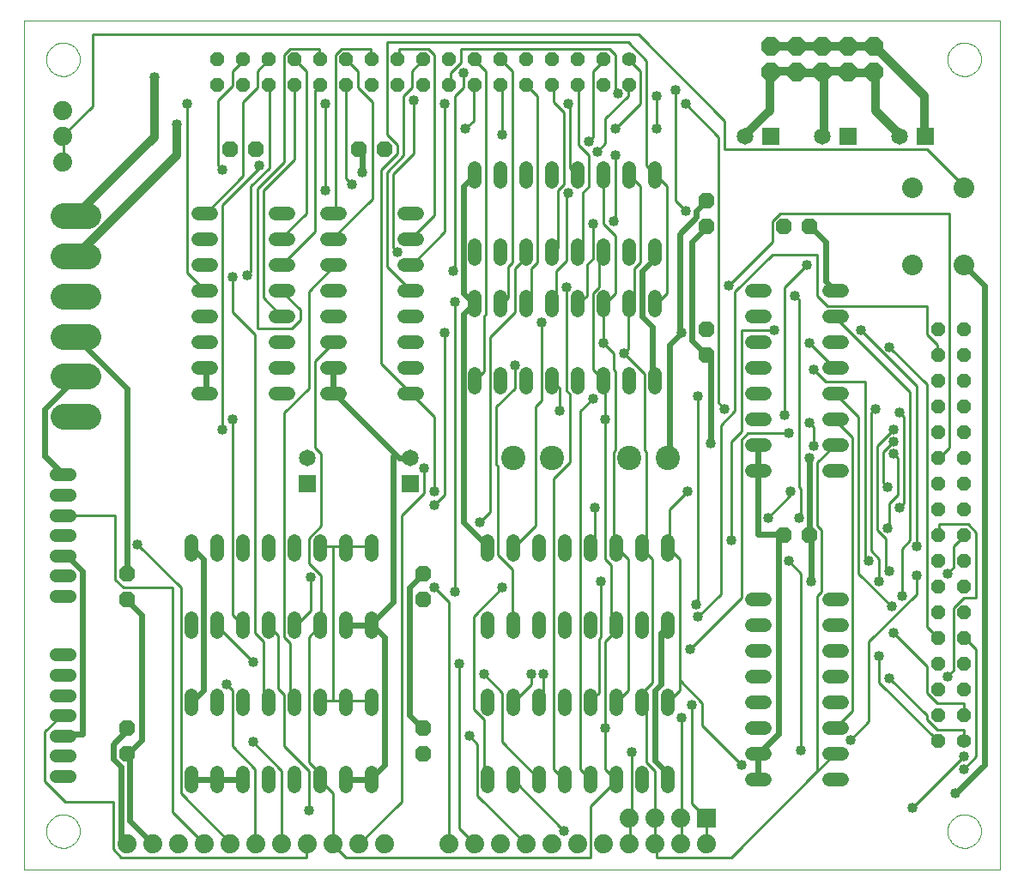
<source format=gtl>
G75*
%MOIN*%
%OFA0B0*%
%FSLAX24Y24*%
%IPPOS*%
%LPD*%
%AMOC8*
5,1,8,0,0,1.08239X$1,22.5*
%
%ADD10C,0.0000*%
%ADD11C,0.0520*%
%ADD12C,0.0560*%
%ADD13OC8,0.0560*%
%ADD14C,0.0515*%
%ADD15C,0.0740*%
%ADD16C,0.0945*%
%ADD17C,0.0800*%
%ADD18OC8,0.0630*%
%ADD19C,0.0650*%
%ADD20R,0.0650X0.0650*%
%ADD21OC8,0.0740*%
%ADD22C,0.0990*%
%ADD23R,0.0740X0.0740*%
%ADD24C,0.0100*%
%ADD25C,0.0400*%
%ADD26C,0.0240*%
%ADD27C,0.0320*%
D10*
X001113Y000550D02*
X001113Y033546D01*
X038983Y033546D01*
X038983Y000550D01*
X001113Y000550D01*
X001963Y002050D02*
X001965Y002100D01*
X001971Y002150D01*
X001981Y002200D01*
X001994Y002248D01*
X002011Y002296D01*
X002032Y002342D01*
X002056Y002386D01*
X002084Y002428D01*
X002115Y002468D01*
X002149Y002505D01*
X002186Y002540D01*
X002225Y002571D01*
X002266Y002600D01*
X002310Y002625D01*
X002356Y002647D01*
X002403Y002665D01*
X002451Y002679D01*
X002500Y002690D01*
X002550Y002697D01*
X002600Y002700D01*
X002651Y002699D01*
X002701Y002694D01*
X002751Y002685D01*
X002799Y002673D01*
X002847Y002656D01*
X002893Y002636D01*
X002938Y002613D01*
X002981Y002586D01*
X003021Y002556D01*
X003059Y002523D01*
X003094Y002487D01*
X003127Y002448D01*
X003156Y002407D01*
X003182Y002364D01*
X003205Y002319D01*
X003224Y002272D01*
X003239Y002224D01*
X003251Y002175D01*
X003259Y002125D01*
X003263Y002075D01*
X003263Y002025D01*
X003259Y001975D01*
X003251Y001925D01*
X003239Y001876D01*
X003224Y001828D01*
X003205Y001781D01*
X003182Y001736D01*
X003156Y001693D01*
X003127Y001652D01*
X003094Y001613D01*
X003059Y001577D01*
X003021Y001544D01*
X002981Y001514D01*
X002938Y001487D01*
X002893Y001464D01*
X002847Y001444D01*
X002799Y001427D01*
X002751Y001415D01*
X002701Y001406D01*
X002651Y001401D01*
X002600Y001400D01*
X002550Y001403D01*
X002500Y001410D01*
X002451Y001421D01*
X002403Y001435D01*
X002356Y001453D01*
X002310Y001475D01*
X002266Y001500D01*
X002225Y001529D01*
X002186Y001560D01*
X002149Y001595D01*
X002115Y001632D01*
X002084Y001672D01*
X002056Y001714D01*
X002032Y001758D01*
X002011Y001804D01*
X001994Y001852D01*
X001981Y001900D01*
X001971Y001950D01*
X001965Y002000D01*
X001963Y002050D01*
X001963Y032050D02*
X001965Y032100D01*
X001971Y032150D01*
X001981Y032200D01*
X001994Y032248D01*
X002011Y032296D01*
X002032Y032342D01*
X002056Y032386D01*
X002084Y032428D01*
X002115Y032468D01*
X002149Y032505D01*
X002186Y032540D01*
X002225Y032571D01*
X002266Y032600D01*
X002310Y032625D01*
X002356Y032647D01*
X002403Y032665D01*
X002451Y032679D01*
X002500Y032690D01*
X002550Y032697D01*
X002600Y032700D01*
X002651Y032699D01*
X002701Y032694D01*
X002751Y032685D01*
X002799Y032673D01*
X002847Y032656D01*
X002893Y032636D01*
X002938Y032613D01*
X002981Y032586D01*
X003021Y032556D01*
X003059Y032523D01*
X003094Y032487D01*
X003127Y032448D01*
X003156Y032407D01*
X003182Y032364D01*
X003205Y032319D01*
X003224Y032272D01*
X003239Y032224D01*
X003251Y032175D01*
X003259Y032125D01*
X003263Y032075D01*
X003263Y032025D01*
X003259Y031975D01*
X003251Y031925D01*
X003239Y031876D01*
X003224Y031828D01*
X003205Y031781D01*
X003182Y031736D01*
X003156Y031693D01*
X003127Y031652D01*
X003094Y031613D01*
X003059Y031577D01*
X003021Y031544D01*
X002981Y031514D01*
X002938Y031487D01*
X002893Y031464D01*
X002847Y031444D01*
X002799Y031427D01*
X002751Y031415D01*
X002701Y031406D01*
X002651Y031401D01*
X002600Y031400D01*
X002550Y031403D01*
X002500Y031410D01*
X002451Y031421D01*
X002403Y031435D01*
X002356Y031453D01*
X002310Y031475D01*
X002266Y031500D01*
X002225Y031529D01*
X002186Y031560D01*
X002149Y031595D01*
X002115Y031632D01*
X002084Y031672D01*
X002056Y031714D01*
X002032Y031758D01*
X002011Y031804D01*
X001994Y031852D01*
X001981Y031900D01*
X001971Y031950D01*
X001965Y032000D01*
X001963Y032050D01*
X036963Y032050D02*
X036965Y032100D01*
X036971Y032150D01*
X036981Y032200D01*
X036994Y032248D01*
X037011Y032296D01*
X037032Y032342D01*
X037056Y032386D01*
X037084Y032428D01*
X037115Y032468D01*
X037149Y032505D01*
X037186Y032540D01*
X037225Y032571D01*
X037266Y032600D01*
X037310Y032625D01*
X037356Y032647D01*
X037403Y032665D01*
X037451Y032679D01*
X037500Y032690D01*
X037550Y032697D01*
X037600Y032700D01*
X037651Y032699D01*
X037701Y032694D01*
X037751Y032685D01*
X037799Y032673D01*
X037847Y032656D01*
X037893Y032636D01*
X037938Y032613D01*
X037981Y032586D01*
X038021Y032556D01*
X038059Y032523D01*
X038094Y032487D01*
X038127Y032448D01*
X038156Y032407D01*
X038182Y032364D01*
X038205Y032319D01*
X038224Y032272D01*
X038239Y032224D01*
X038251Y032175D01*
X038259Y032125D01*
X038263Y032075D01*
X038263Y032025D01*
X038259Y031975D01*
X038251Y031925D01*
X038239Y031876D01*
X038224Y031828D01*
X038205Y031781D01*
X038182Y031736D01*
X038156Y031693D01*
X038127Y031652D01*
X038094Y031613D01*
X038059Y031577D01*
X038021Y031544D01*
X037981Y031514D01*
X037938Y031487D01*
X037893Y031464D01*
X037847Y031444D01*
X037799Y031427D01*
X037751Y031415D01*
X037701Y031406D01*
X037651Y031401D01*
X037600Y031400D01*
X037550Y031403D01*
X037500Y031410D01*
X037451Y031421D01*
X037403Y031435D01*
X037356Y031453D01*
X037310Y031475D01*
X037266Y031500D01*
X037225Y031529D01*
X037186Y031560D01*
X037149Y031595D01*
X037115Y031632D01*
X037084Y031672D01*
X037056Y031714D01*
X037032Y031758D01*
X037011Y031804D01*
X036994Y031852D01*
X036981Y031900D01*
X036971Y031950D01*
X036965Y032000D01*
X036963Y032050D01*
X036963Y002050D02*
X036965Y002100D01*
X036971Y002150D01*
X036981Y002200D01*
X036994Y002248D01*
X037011Y002296D01*
X037032Y002342D01*
X037056Y002386D01*
X037084Y002428D01*
X037115Y002468D01*
X037149Y002505D01*
X037186Y002540D01*
X037225Y002571D01*
X037266Y002600D01*
X037310Y002625D01*
X037356Y002647D01*
X037403Y002665D01*
X037451Y002679D01*
X037500Y002690D01*
X037550Y002697D01*
X037600Y002700D01*
X037651Y002699D01*
X037701Y002694D01*
X037751Y002685D01*
X037799Y002673D01*
X037847Y002656D01*
X037893Y002636D01*
X037938Y002613D01*
X037981Y002586D01*
X038021Y002556D01*
X038059Y002523D01*
X038094Y002487D01*
X038127Y002448D01*
X038156Y002407D01*
X038182Y002364D01*
X038205Y002319D01*
X038224Y002272D01*
X038239Y002224D01*
X038251Y002175D01*
X038259Y002125D01*
X038263Y002075D01*
X038263Y002025D01*
X038259Y001975D01*
X038251Y001925D01*
X038239Y001876D01*
X038224Y001828D01*
X038205Y001781D01*
X038182Y001736D01*
X038156Y001693D01*
X038127Y001652D01*
X038094Y001613D01*
X038059Y001577D01*
X038021Y001544D01*
X037981Y001514D01*
X037938Y001487D01*
X037893Y001464D01*
X037847Y001444D01*
X037799Y001427D01*
X037751Y001415D01*
X037701Y001406D01*
X037651Y001401D01*
X037600Y001400D01*
X037550Y001403D01*
X037500Y001410D01*
X037451Y001421D01*
X037403Y001435D01*
X037356Y001453D01*
X037310Y001475D01*
X037266Y001500D01*
X037225Y001529D01*
X037186Y001560D01*
X037149Y001595D01*
X037115Y001632D01*
X037084Y001672D01*
X037056Y001714D01*
X037032Y001758D01*
X037011Y001804D01*
X036994Y001852D01*
X036981Y001900D01*
X036971Y001950D01*
X036965Y002000D01*
X036963Y002050D01*
D11*
X032873Y004050D02*
X032353Y004050D01*
X032353Y005050D02*
X032873Y005050D01*
X032873Y006050D02*
X032353Y006050D01*
X032353Y007050D02*
X032873Y007050D01*
X032873Y008050D02*
X032353Y008050D01*
X032353Y009050D02*
X032873Y009050D01*
X032873Y010050D02*
X032353Y010050D01*
X032353Y011050D02*
X032873Y011050D01*
X029873Y011050D02*
X029353Y011050D01*
X029353Y010050D02*
X029873Y010050D01*
X029873Y009050D02*
X029353Y009050D01*
X029353Y008050D02*
X029873Y008050D01*
X029873Y007050D02*
X029353Y007050D01*
X029353Y006050D02*
X029873Y006050D01*
X029873Y005050D02*
X029353Y005050D01*
X029353Y004050D02*
X029873Y004050D01*
X026113Y003790D02*
X026113Y004310D01*
X025113Y004310D02*
X025113Y003790D01*
X024113Y003790D02*
X024113Y004310D01*
X023113Y004310D02*
X023113Y003790D01*
X022113Y003790D02*
X022113Y004310D01*
X021113Y004310D02*
X021113Y003790D01*
X020113Y003790D02*
X020113Y004310D01*
X019113Y004310D02*
X019113Y003790D01*
X019113Y006790D02*
X019113Y007310D01*
X020113Y007310D02*
X020113Y006790D01*
X021113Y006790D02*
X021113Y007310D01*
X022113Y007310D02*
X022113Y006790D01*
X023113Y006790D02*
X023113Y007310D01*
X024113Y007310D02*
X024113Y006790D01*
X025113Y006790D02*
X025113Y007310D01*
X026113Y007310D02*
X026113Y006790D01*
X026113Y009790D02*
X026113Y010310D01*
X025113Y010310D02*
X025113Y009790D01*
X024113Y009790D02*
X024113Y010310D01*
X023113Y010310D02*
X023113Y009790D01*
X022113Y009790D02*
X022113Y010310D01*
X021113Y010310D02*
X021113Y009790D01*
X020113Y009790D02*
X020113Y010310D01*
X019113Y010310D02*
X019113Y009790D01*
X019113Y012790D02*
X019113Y013310D01*
X020113Y013310D02*
X020113Y012790D01*
X021113Y012790D02*
X021113Y013310D01*
X022113Y013310D02*
X022113Y012790D01*
X023113Y012790D02*
X023113Y013310D01*
X024113Y013310D02*
X024113Y012790D01*
X025113Y012790D02*
X025113Y013310D01*
X026113Y013310D02*
X026113Y012790D01*
X029353Y016050D02*
X029873Y016050D01*
X029873Y017050D02*
X029353Y017050D01*
X029353Y018050D02*
X029873Y018050D01*
X029873Y019050D02*
X029353Y019050D01*
X029353Y020050D02*
X029873Y020050D01*
X029873Y021050D02*
X029353Y021050D01*
X029353Y022050D02*
X029873Y022050D01*
X029873Y023050D02*
X029353Y023050D01*
X032353Y023050D02*
X032873Y023050D01*
X032873Y022050D02*
X032353Y022050D01*
X032353Y021050D02*
X032873Y021050D01*
X032873Y020050D02*
X032353Y020050D01*
X032353Y019050D02*
X032873Y019050D01*
X032873Y018050D02*
X032353Y018050D01*
X032353Y017050D02*
X032873Y017050D01*
X032873Y016050D02*
X032353Y016050D01*
X025613Y019290D02*
X025613Y019810D01*
X024613Y019810D02*
X024613Y019290D01*
X023613Y019290D02*
X023613Y019810D01*
X022613Y019810D02*
X022613Y019290D01*
X021613Y019290D02*
X021613Y019810D01*
X020613Y019810D02*
X020613Y019290D01*
X019613Y019290D02*
X019613Y019810D01*
X018613Y019810D02*
X018613Y019290D01*
X016373Y019050D02*
X015853Y019050D01*
X015853Y020050D02*
X016373Y020050D01*
X016373Y021050D02*
X015853Y021050D01*
X015853Y022050D02*
X016373Y022050D01*
X016373Y023050D02*
X015853Y023050D01*
X015853Y024050D02*
X016373Y024050D01*
X016373Y025050D02*
X015853Y025050D01*
X015853Y026050D02*
X016373Y026050D01*
X018613Y024810D02*
X018613Y024290D01*
X019613Y024290D02*
X019613Y024810D01*
X020613Y024810D02*
X020613Y024290D01*
X021613Y024290D02*
X021613Y024810D01*
X022613Y024810D02*
X022613Y024290D01*
X023613Y024290D02*
X023613Y024810D01*
X024613Y024810D02*
X024613Y024290D01*
X025613Y024290D02*
X025613Y024810D01*
X025613Y022810D02*
X025613Y022290D01*
X024613Y022290D02*
X024613Y022810D01*
X023613Y022810D02*
X023613Y022290D01*
X022613Y022290D02*
X022613Y022810D01*
X021613Y022810D02*
X021613Y022290D01*
X020613Y022290D02*
X020613Y022810D01*
X019613Y022810D02*
X019613Y022290D01*
X018613Y022290D02*
X018613Y022810D01*
X013373Y023050D02*
X012853Y023050D01*
X012853Y022050D02*
X013373Y022050D01*
X013373Y021050D02*
X012853Y021050D01*
X012853Y020050D02*
X013373Y020050D01*
X013373Y019050D02*
X012853Y019050D01*
X011373Y019050D02*
X010853Y019050D01*
X010853Y020050D02*
X011373Y020050D01*
X011373Y021050D02*
X010853Y021050D01*
X010853Y022050D02*
X011373Y022050D01*
X011373Y023050D02*
X010853Y023050D01*
X010853Y024050D02*
X011373Y024050D01*
X011373Y025050D02*
X010853Y025050D01*
X010853Y026050D02*
X011373Y026050D01*
X012853Y026050D02*
X013373Y026050D01*
X013373Y025050D02*
X012853Y025050D01*
X012853Y024050D02*
X013373Y024050D01*
X008373Y024050D02*
X007853Y024050D01*
X007853Y023050D02*
X008373Y023050D01*
X008373Y022050D02*
X007853Y022050D01*
X007853Y021050D02*
X008373Y021050D01*
X008373Y020050D02*
X007853Y020050D01*
X007853Y019050D02*
X008373Y019050D01*
X008613Y013310D02*
X008613Y012790D01*
X009613Y012790D02*
X009613Y013310D01*
X010613Y013310D02*
X010613Y012790D01*
X011613Y012790D02*
X011613Y013310D01*
X012613Y013310D02*
X012613Y012790D01*
X013613Y012790D02*
X013613Y013310D01*
X014613Y013310D02*
X014613Y012790D01*
X014613Y010310D02*
X014613Y009790D01*
X013613Y009790D02*
X013613Y010310D01*
X012613Y010310D02*
X012613Y009790D01*
X011613Y009790D02*
X011613Y010310D01*
X010613Y010310D02*
X010613Y009790D01*
X009613Y009790D02*
X009613Y010310D01*
X008613Y010310D02*
X008613Y009790D01*
X007613Y009790D02*
X007613Y010310D01*
X007613Y012790D02*
X007613Y013310D01*
X007613Y007310D02*
X007613Y006790D01*
X008613Y006790D02*
X008613Y007310D01*
X009613Y007310D02*
X009613Y006790D01*
X010613Y006790D02*
X010613Y007310D01*
X011613Y007310D02*
X011613Y006790D01*
X012613Y006790D02*
X012613Y007310D01*
X013613Y007310D02*
X013613Y006790D01*
X014613Y006790D02*
X014613Y007310D01*
X014613Y004310D02*
X014613Y003790D01*
X013613Y003790D02*
X013613Y004310D01*
X012613Y004310D02*
X012613Y003790D01*
X011613Y003790D02*
X011613Y004310D01*
X010613Y004310D02*
X010613Y003790D01*
X009613Y003790D02*
X009613Y004310D01*
X008613Y004310D02*
X008613Y003790D01*
X007613Y003790D02*
X007613Y004310D01*
X007853Y025050D02*
X008373Y025050D01*
X008373Y026050D02*
X007853Y026050D01*
X018613Y027290D02*
X018613Y027810D01*
X019613Y027810D02*
X019613Y027290D01*
X020613Y027290D02*
X020613Y027810D01*
X021613Y027810D02*
X021613Y027290D01*
X022613Y027290D02*
X022613Y027810D01*
X023613Y027810D02*
X023613Y027290D01*
X024613Y027290D02*
X024613Y027810D01*
X025613Y027810D02*
X025613Y027290D01*
D12*
X024613Y032050D03*
X037613Y005550D03*
D13*
X036613Y005550D03*
X036613Y006550D03*
X036613Y007550D03*
X036613Y008550D03*
X036613Y009550D03*
X036613Y010550D03*
X036613Y011550D03*
X036613Y012550D03*
X036613Y013550D03*
X036613Y014550D03*
X036613Y015550D03*
X036613Y016550D03*
X036613Y017550D03*
X036613Y018550D03*
X036613Y019550D03*
X036613Y020550D03*
X036613Y021550D03*
X037613Y021550D03*
X037613Y020550D03*
X037613Y019550D03*
X037613Y018550D03*
X037613Y017550D03*
X037613Y016550D03*
X037613Y015550D03*
X037613Y014550D03*
X037613Y013550D03*
X037613Y012550D03*
X037613Y011550D03*
X037613Y010550D03*
X037613Y009550D03*
X037613Y008550D03*
X037613Y007550D03*
X037613Y006550D03*
X024613Y031050D03*
X023613Y031050D03*
X022613Y031050D03*
X021613Y031050D03*
X020613Y031050D03*
X019613Y031050D03*
X018613Y031050D03*
X017613Y031050D03*
X016613Y031050D03*
X015613Y031050D03*
X014613Y031050D03*
X013613Y031050D03*
X012613Y031050D03*
X011613Y031050D03*
X010613Y031050D03*
X009613Y031050D03*
X008613Y031050D03*
X008613Y032050D03*
X009613Y032050D03*
X010613Y032050D03*
X011613Y032050D03*
X012613Y032050D03*
X013613Y032050D03*
X014613Y032050D03*
X015613Y032050D03*
X016613Y032050D03*
X017613Y032050D03*
X018613Y032050D03*
X019613Y032050D03*
X020613Y032050D03*
X021613Y032050D03*
X022613Y032050D03*
X023613Y032050D03*
D14*
X002852Y015912D02*
X002337Y015912D01*
X002337Y015125D02*
X002852Y015125D01*
X002852Y014337D02*
X002337Y014337D01*
X002337Y013550D02*
X002852Y013550D01*
X002852Y012763D02*
X002337Y012763D01*
X002337Y011975D02*
X002852Y011975D01*
X002852Y011188D02*
X002337Y011188D01*
X002337Y008912D02*
X002852Y008912D01*
X002852Y008125D02*
X002337Y008125D01*
X002337Y007337D02*
X002852Y007337D01*
X002852Y006550D02*
X002337Y006550D01*
X002337Y005763D02*
X002852Y005763D01*
X002852Y004975D02*
X002337Y004975D01*
X002337Y004188D02*
X002852Y004188D01*
D15*
X005113Y001550D03*
X006113Y001550D03*
X007113Y001550D03*
X008113Y001550D03*
X009113Y001550D03*
X010113Y001550D03*
X011113Y001550D03*
X012113Y001550D03*
X013113Y001550D03*
X014113Y001550D03*
X015113Y001550D03*
X017613Y001550D03*
X018613Y001550D03*
X019613Y001550D03*
X020613Y001550D03*
X021613Y001550D03*
X022613Y001550D03*
X023613Y001550D03*
X024613Y001550D03*
X024613Y002550D03*
X025613Y002550D03*
X025613Y001550D03*
X026613Y001550D03*
X027613Y001550D03*
X026613Y002550D03*
X002613Y028050D03*
X002613Y029050D03*
X002613Y030050D03*
D16*
X020113Y016550D03*
X021613Y016550D03*
X024613Y016550D03*
X026113Y016550D03*
D17*
X035613Y024050D03*
X037613Y024050D03*
X037613Y027050D03*
X035613Y027050D03*
D18*
X031613Y025550D03*
X030613Y025550D03*
X027613Y025550D03*
X027613Y026550D03*
X027613Y021550D03*
X027613Y020550D03*
X030613Y013550D03*
X031613Y013550D03*
X016613Y012050D03*
X016613Y011050D03*
X016613Y006050D03*
X016613Y005050D03*
X005113Y005050D03*
X005113Y006050D03*
X005113Y011050D03*
X005113Y012050D03*
X009113Y028550D03*
X010113Y028550D03*
X014113Y028550D03*
X015113Y028550D03*
D19*
X016113Y016550D03*
X012113Y016550D03*
X029113Y029050D03*
X032113Y029050D03*
X035113Y029050D03*
D20*
X036113Y029050D03*
X033113Y029050D03*
X030113Y029050D03*
X016113Y015550D03*
X012113Y015550D03*
D21*
X030113Y031550D03*
X031113Y031550D03*
X031113Y032550D03*
X030113Y032550D03*
X032113Y032550D03*
X033113Y032550D03*
X033113Y031550D03*
X032113Y031550D03*
X034113Y031550D03*
X034113Y032550D03*
D22*
X003608Y025950D02*
X002618Y025950D01*
X002618Y024390D02*
X003608Y024390D01*
X003608Y022830D02*
X002618Y022830D01*
X002618Y021270D02*
X003608Y021270D01*
X003608Y019710D02*
X002618Y019710D01*
X002618Y018150D02*
X003608Y018150D01*
D23*
X027613Y002550D03*
D24*
X027593Y002550D01*
X027033Y003110D01*
X027033Y006950D01*
X027433Y007030D02*
X026553Y007910D01*
X026553Y007510D01*
X026153Y007110D01*
X026113Y007050D01*
X026633Y006470D02*
X026633Y002550D01*
X026613Y002550D01*
X026633Y002550D02*
X026633Y001590D01*
X026613Y001550D01*
X027593Y001590D02*
X027613Y001550D01*
X027593Y001590D02*
X027593Y002550D01*
X028553Y001030D02*
X025673Y001030D01*
X025673Y001510D01*
X025613Y001550D01*
X025593Y001590D01*
X025593Y002550D01*
X025613Y002550D01*
X025593Y002550D02*
X025593Y004390D01*
X025273Y004710D01*
X025273Y006870D01*
X025113Y007030D01*
X025113Y007050D01*
X025113Y007430D01*
X025513Y007830D01*
X025513Y012630D01*
X025273Y012870D01*
X025113Y013050D01*
X025113Y013030D01*
X025273Y012870D01*
X025273Y016790D01*
X025193Y016870D01*
X025193Y019830D01*
X024393Y020630D01*
X024553Y020790D01*
X024553Y022550D01*
X024613Y022550D01*
X024633Y022550D01*
X024793Y022710D01*
X024793Y023910D01*
X025033Y024150D01*
X025033Y027110D01*
X024633Y027510D01*
X024613Y027550D01*
X025273Y027910D02*
X025273Y031990D01*
X024553Y032710D01*
X015193Y032710D01*
X015193Y029110D01*
X015593Y028710D01*
X015593Y028390D01*
X014953Y027750D01*
X014953Y020230D01*
X016073Y019110D01*
X016113Y019050D01*
X016153Y019030D01*
X017033Y018150D01*
X017033Y015270D01*
X016633Y015190D02*
X016633Y016150D01*
X016633Y015190D02*
X015753Y014310D01*
X015753Y003190D01*
X014113Y001550D01*
X013593Y001030D02*
X023113Y001030D01*
X023113Y003030D01*
X024073Y003990D01*
X024113Y004050D01*
X024073Y004070D01*
X023673Y004470D01*
X023673Y006070D01*
X023673Y009430D01*
X024073Y009830D01*
X024073Y009990D01*
X024113Y010050D01*
X024073Y010070D01*
X023913Y010230D01*
X023913Y012390D01*
X023673Y012630D01*
X023673Y018070D01*
X023673Y019510D01*
X023613Y019550D01*
X023593Y019590D01*
X023193Y019990D01*
X023193Y022950D01*
X023433Y023190D01*
X023433Y024390D01*
X023593Y024550D01*
X023613Y024550D01*
X023193Y024310D02*
X023193Y025670D01*
X023593Y025670D02*
X023593Y027510D01*
X023613Y027550D01*
X023033Y027110D02*
X022793Y026870D01*
X022793Y024710D01*
X022633Y024550D01*
X022613Y024550D01*
X022153Y024230D02*
X022153Y026790D01*
X022233Y026870D01*
X022073Y027190D02*
X021833Y026950D01*
X021833Y024710D01*
X021673Y024550D01*
X021613Y024550D01*
X022153Y024230D02*
X021753Y023830D01*
X021753Y022630D01*
X021673Y022550D01*
X021613Y022550D01*
X022153Y023190D02*
X022153Y019190D01*
X022313Y019030D01*
X022313Y016390D01*
X021673Y015750D01*
X021673Y004470D01*
X022073Y004070D01*
X022113Y004050D01*
X022713Y004470D02*
X022713Y018390D01*
X023193Y018870D01*
X021913Y019270D02*
X021913Y018390D01*
X021193Y018790D02*
X021193Y021830D01*
X020633Y022550D02*
X020613Y022550D01*
X020633Y022550D02*
X020793Y022710D01*
X020793Y023910D01*
X021033Y024150D01*
X021033Y030630D01*
X020613Y031050D01*
X020073Y031590D02*
X019613Y032050D01*
X020073Y031590D02*
X020073Y024150D01*
X019913Y023990D01*
X019913Y022790D01*
X019673Y022550D01*
X019613Y022550D01*
X020153Y022230D02*
X020153Y023910D01*
X020553Y024310D01*
X020553Y024550D01*
X020613Y024550D01*
X022613Y022550D02*
X022633Y022550D01*
X022953Y022870D01*
X022953Y024070D01*
X023193Y024310D01*
X024073Y025190D02*
X023593Y025670D01*
X023993Y025750D02*
X024073Y025830D01*
X024073Y028310D01*
X023673Y028790D02*
X023673Y029750D01*
X024553Y030630D01*
X024553Y031030D01*
X024613Y031050D01*
X024153Y030710D02*
X024073Y030790D01*
X024073Y032230D01*
X023833Y032470D01*
X018073Y032470D01*
X018073Y031910D01*
X017673Y031510D01*
X017673Y031110D01*
X017613Y031050D01*
X017833Y030630D02*
X018153Y030950D01*
X018153Y031510D01*
X018553Y031030D02*
X018613Y031050D01*
X018553Y031030D02*
X018553Y029670D01*
X018233Y029350D01*
X017433Y030310D02*
X017433Y025350D01*
X016153Y024070D01*
X016113Y024050D01*
X015593Y024550D02*
X015433Y024710D01*
X015433Y027590D01*
X016233Y028390D01*
X016233Y030470D01*
X015833Y030630D02*
X016153Y030950D01*
X016153Y031590D01*
X016613Y032050D01*
X016793Y032470D02*
X015673Y032470D01*
X015673Y032070D01*
X015613Y032050D01*
X014613Y032050D02*
X014553Y032070D01*
X014553Y032470D01*
X013433Y032470D01*
X013193Y032230D01*
X013193Y026150D01*
X013113Y026070D01*
X013113Y026050D01*
X012393Y025350D02*
X012393Y030870D01*
X012553Y031030D01*
X012613Y031050D01*
X012793Y030310D02*
X012793Y026950D01*
X013593Y027430D02*
X013593Y031030D01*
X013613Y031050D01*
X014073Y030950D02*
X014073Y031590D01*
X013613Y032050D01*
X012613Y032050D02*
X012553Y032070D01*
X012553Y032470D01*
X011433Y032470D01*
X011193Y032230D01*
X011193Y028070D01*
X010153Y027030D01*
X010153Y021590D01*
X011513Y021590D01*
X011833Y021910D01*
X011833Y022310D01*
X011113Y023030D01*
X011113Y023050D01*
X010393Y022790D02*
X010393Y026950D01*
X011593Y028150D01*
X011593Y031030D01*
X011613Y031050D01*
X012073Y031590D02*
X011613Y032050D01*
X012073Y031590D02*
X012073Y026070D01*
X011113Y025110D01*
X011113Y025050D01*
X011113Y024070D02*
X011113Y024050D01*
X011113Y024070D02*
X012393Y025350D01*
X013113Y025110D02*
X013113Y025050D01*
X013113Y025110D02*
X014633Y026630D01*
X014633Y030390D01*
X014073Y030950D01*
X015833Y030630D02*
X015833Y028310D01*
X015193Y027670D01*
X015193Y023990D01*
X016073Y023110D01*
X016113Y023050D01*
X017833Y022630D02*
X017833Y011350D01*
X017593Y010950D02*
X017593Y001590D01*
X017613Y001550D01*
X017993Y002150D02*
X018553Y001590D01*
X018613Y001550D01*
X017993Y002150D02*
X017993Y008550D01*
X018953Y008150D02*
X019673Y007430D01*
X019673Y005510D01*
X021113Y004070D01*
X021113Y004050D01*
X020153Y003990D02*
X020113Y004050D01*
X020153Y003990D02*
X022073Y002070D01*
X020613Y001550D02*
X020553Y001590D01*
X018713Y003430D01*
X018713Y005430D01*
X018393Y005750D01*
X018953Y006390D02*
X018553Y006790D01*
X018553Y010390D01*
X019673Y011510D01*
X020073Y012230D02*
X019513Y012790D01*
X019513Y016230D01*
X019433Y016310D01*
X019433Y018550D01*
X020153Y019270D01*
X020153Y020150D01*
X018953Y019910D02*
X018953Y022070D01*
X019033Y022150D01*
X019033Y031590D01*
X018633Y031990D01*
X018613Y032050D01*
X019613Y031050D02*
X019673Y031030D01*
X019673Y029110D01*
X021673Y030390D02*
X021673Y031030D01*
X021613Y031050D01*
X021673Y030390D02*
X022073Y029990D01*
X022073Y027190D01*
X022553Y027590D02*
X022613Y027550D01*
X022553Y027590D02*
X022313Y027830D01*
X022313Y030230D01*
X022233Y030310D01*
X022633Y031030D02*
X022613Y031050D01*
X022633Y031030D02*
X022633Y028710D01*
X023033Y028310D01*
X023033Y027110D01*
X023353Y028470D02*
X023673Y028790D01*
X023193Y029030D02*
X023193Y031590D01*
X023593Y031990D01*
X023613Y032050D01*
X024613Y032050D02*
X024633Y031990D01*
X025033Y031590D01*
X025033Y030310D01*
X024073Y029350D01*
X023193Y029030D02*
X023033Y028870D01*
X025273Y027910D02*
X025593Y027590D01*
X025613Y027550D01*
X025673Y027510D01*
X026073Y027110D01*
X026073Y022950D01*
X025673Y022550D01*
X025613Y022550D01*
X024073Y022950D02*
X024073Y025190D01*
X024073Y022950D02*
X023673Y022550D01*
X023613Y022550D01*
X023593Y022550D01*
X023593Y021030D01*
X023993Y020630D01*
X023993Y019990D01*
X024073Y019910D01*
X024073Y016870D01*
X023993Y016790D01*
X023993Y013190D01*
X024073Y013110D01*
X024113Y013050D01*
X024153Y013030D01*
X024553Y012630D01*
X024553Y007510D01*
X024153Y007110D01*
X024113Y007050D01*
X023433Y007430D02*
X023433Y009510D01*
X023513Y009590D01*
X023513Y011750D01*
X023113Y013050D02*
X023113Y013110D01*
X023273Y013270D01*
X023273Y014630D01*
X020953Y013910D02*
X020953Y018550D01*
X021193Y018790D01*
X021673Y019510D02*
X021613Y019550D01*
X021673Y019510D02*
X021913Y019270D01*
X019193Y021270D02*
X020153Y022230D01*
X019193Y021270D02*
X019193Y014470D01*
X018793Y014070D01*
X020153Y013110D02*
X020113Y013050D01*
X020153Y013110D02*
X020953Y013910D01*
X020073Y012230D02*
X020073Y010070D01*
X020113Y010050D01*
X020793Y008150D02*
X020793Y007750D01*
X020153Y007110D01*
X020113Y007050D01*
X021113Y007050D02*
X021113Y007110D01*
X021273Y007270D01*
X021273Y008150D01*
X023113Y007110D02*
X023113Y007050D01*
X023113Y007110D02*
X023433Y007430D01*
X024713Y005110D02*
X024713Y002630D01*
X024633Y002550D01*
X024613Y002550D01*
X024633Y002550D02*
X024633Y001590D01*
X024613Y001550D01*
X023113Y004050D02*
X023113Y004070D01*
X022713Y004470D01*
X019113Y004070D02*
X019113Y004050D01*
X019113Y004070D02*
X018953Y004230D01*
X018953Y006390D01*
X014613Y007050D02*
X014553Y007110D01*
X013673Y007110D01*
X013613Y007050D01*
X013593Y007110D01*
X013113Y007110D01*
X013113Y013110D01*
X012633Y013110D01*
X012613Y013050D01*
X013113Y013110D02*
X013593Y013110D01*
X013613Y013050D01*
X013673Y013110D01*
X014553Y013110D01*
X014613Y013050D01*
X012633Y013910D02*
X012153Y013430D01*
X012153Y012470D01*
X012633Y011990D01*
X012633Y010070D01*
X012613Y010050D01*
X012153Y009590D01*
X012153Y004710D01*
X012553Y004310D01*
X012553Y004070D01*
X012613Y004050D01*
X012633Y003990D01*
X013113Y003510D01*
X013113Y001550D01*
X013113Y001510D01*
X013593Y001030D01*
X012073Y001030D02*
X012073Y001510D01*
X012113Y001550D01*
X012073Y001030D02*
X004873Y001030D01*
X004553Y001350D01*
X004553Y003190D01*
X002713Y003190D01*
X001913Y003990D01*
X001913Y005910D01*
X002553Y006550D01*
X002595Y006550D01*
X006873Y002790D02*
X008113Y001550D01*
X009113Y001590D02*
X009113Y001550D01*
X009113Y001590D02*
X007193Y003510D01*
X007193Y011510D01*
X005513Y013190D01*
X004633Y014310D02*
X004633Y011830D01*
X004953Y011510D01*
X006873Y011510D01*
X006873Y002790D01*
X009193Y005350D02*
X010073Y004470D01*
X010073Y001590D01*
X010113Y001550D01*
X011113Y001550D02*
X011113Y004390D01*
X009993Y005510D01*
X009193Y005350D02*
X009193Y007510D01*
X008953Y007750D01*
X009993Y008630D02*
X008633Y009990D01*
X008613Y010050D01*
X009193Y010470D02*
X009193Y018070D01*
X008793Y017670D02*
X008793Y026390D01*
X010233Y027830D01*
X010233Y027910D01*
X010633Y027830D02*
X010633Y031030D01*
X010613Y031050D01*
X010153Y030950D02*
X010153Y031590D01*
X010613Y032050D01*
X009613Y032050D02*
X009593Y031990D01*
X009193Y031590D01*
X009193Y031030D01*
X008633Y030470D01*
X008633Y027910D01*
X008793Y027750D01*
X009593Y027510D02*
X009593Y030390D01*
X010153Y030950D01*
X007433Y030310D02*
X007433Y023750D01*
X008073Y023110D01*
X008113Y023050D01*
X009193Y023590D02*
X009193Y022230D01*
X010073Y021350D01*
X010073Y009750D01*
X010393Y009430D01*
X010393Y007270D01*
X010613Y007050D01*
X010953Y007590D02*
X011193Y007350D01*
X011193Y005350D01*
X012153Y004390D01*
X012153Y002870D01*
X012613Y007050D02*
X012633Y007110D01*
X013113Y007110D01*
X011613Y007050D02*
X011593Y007110D01*
X011433Y007270D01*
X011433Y009350D01*
X011193Y009590D01*
X011193Y018310D01*
X012153Y019270D01*
X012153Y023030D01*
X013113Y023990D01*
X013113Y024050D01*
X011113Y022070D02*
X011113Y022050D01*
X011113Y022070D02*
X010393Y022790D01*
X009753Y023670D02*
X009913Y023830D01*
X009913Y027110D01*
X010633Y027830D01*
X009593Y027510D02*
X008153Y026070D01*
X008113Y026050D01*
X003753Y030230D02*
X002633Y029110D01*
X002613Y029050D01*
X002633Y029030D01*
X002633Y028070D01*
X002613Y028050D01*
X003753Y030230D02*
X003753Y033030D01*
X024953Y033030D01*
X028313Y029670D01*
X028313Y028550D01*
X036153Y028550D01*
X037593Y027110D01*
X037613Y027050D01*
X037033Y026070D02*
X037033Y016950D01*
X036633Y016550D01*
X036613Y016550D01*
X035033Y016550D02*
X034873Y016710D01*
X035033Y016550D02*
X035033Y015110D01*
X034713Y014790D01*
X034713Y013910D01*
X034633Y013830D01*
X034233Y013750D02*
X034233Y017030D01*
X034873Y017670D01*
X034873Y017190D02*
X034473Y016790D01*
X034473Y015590D01*
X034633Y015430D01*
X035273Y014790D02*
X035113Y014630D01*
X035273Y014790D02*
X035273Y018150D01*
X035113Y018310D01*
X035513Y019110D02*
X035513Y013350D01*
X035193Y013030D01*
X035193Y011190D01*
X034793Y010790D02*
X033513Y012070D01*
X033513Y018150D01*
X032613Y019050D01*
X032233Y019510D02*
X033753Y019510D01*
X033753Y012710D01*
X033913Y012550D01*
X034313Y012630D02*
X033993Y012950D01*
X033993Y018310D01*
X034153Y018470D01*
X033273Y017350D02*
X033273Y006710D01*
X032613Y006050D01*
X033193Y005590D02*
X033913Y006310D01*
X033913Y009430D01*
X035753Y011270D01*
X035753Y011990D01*
X034713Y012150D02*
X034553Y012310D01*
X034553Y013430D01*
X034233Y013750D01*
X034313Y012630D02*
X034313Y011750D01*
X035753Y013110D02*
X035753Y019350D01*
X033593Y021510D01*
X032633Y021990D02*
X032613Y022050D01*
X032633Y021990D02*
X035513Y019110D01*
X036153Y019430D02*
X036153Y009990D01*
X036553Y009590D01*
X036613Y009550D01*
X037613Y009550D02*
X037673Y009510D01*
X038073Y009110D01*
X038073Y004950D01*
X037593Y004470D01*
X037593Y004950D02*
X035593Y002950D01*
X036613Y005550D02*
X036553Y005590D01*
X034313Y007830D01*
X034313Y008870D01*
X034873Y009750D02*
X036153Y008470D01*
X036153Y007430D01*
X036553Y007030D01*
X037593Y007030D01*
X037593Y006550D01*
X037613Y006550D01*
X037593Y005990D02*
X037593Y005590D01*
X037613Y005550D01*
X037593Y005990D02*
X036553Y005990D01*
X036153Y006390D01*
X036153Y006550D01*
X034713Y007990D01*
X036953Y008070D02*
X037193Y008310D01*
X037193Y010710D01*
X037593Y011110D01*
X038073Y011110D01*
X038073Y013670D01*
X037753Y013990D01*
X036633Y013990D01*
X036633Y013590D01*
X036613Y013550D01*
X037193Y013110D02*
X037593Y013510D01*
X037613Y013550D01*
X037193Y013110D02*
X037193Y012310D01*
X036953Y012070D01*
X032073Y011350D02*
X031913Y011190D01*
X031913Y004390D01*
X032553Y005030D01*
X032613Y005050D01*
X031913Y004390D02*
X028553Y001030D01*
X028953Y004630D02*
X027433Y006150D01*
X027433Y007030D01*
X026553Y007910D02*
X026553Y012630D01*
X026153Y013030D01*
X026113Y013050D01*
X026153Y013110D01*
X026153Y014550D01*
X026873Y015270D01*
X028553Y013350D02*
X028553Y017190D01*
X028953Y017590D01*
X028953Y021510D01*
X030233Y021510D01*
X031593Y021030D02*
X032553Y020070D01*
X032613Y020050D01*
X032233Y019510D02*
X031753Y019990D01*
X030633Y018230D02*
X030633Y023190D01*
X031513Y024070D01*
X031913Y024470D02*
X031913Y022870D01*
X032313Y022470D01*
X036153Y022470D01*
X036153Y021350D01*
X036553Y020950D01*
X036553Y020550D01*
X036613Y020550D01*
X036153Y019430D02*
X034713Y020870D01*
X032613Y018050D02*
X032633Y017990D01*
X033273Y017350D01*
X032613Y017050D02*
X032553Y017030D01*
X031913Y016390D01*
X031913Y013910D01*
X032073Y013750D01*
X032073Y011350D01*
X031273Y012070D02*
X031273Y005190D01*
X026953Y009110D02*
X028953Y011110D01*
X028953Y017270D01*
X029193Y017510D01*
X030793Y017510D01*
X031593Y017910D02*
X031753Y017750D01*
X031753Y017030D01*
X031193Y015430D02*
X031273Y015350D01*
X031273Y014310D01*
X031193Y014230D01*
X030873Y015110D02*
X030873Y015270D01*
X030873Y015110D02*
X029993Y014230D01*
X031193Y015430D02*
X031193Y022710D01*
X031033Y022870D01*
X031913Y024470D02*
X030153Y024470D01*
X028713Y023030D01*
X028713Y018390D01*
X028153Y017830D01*
X028153Y011270D01*
X027273Y010390D01*
X027193Y010870D02*
X027273Y010950D01*
X027273Y018950D01*
X028073Y018710D02*
X028073Y029030D01*
X026793Y030310D01*
X026393Y030870D02*
X026393Y026550D01*
X026793Y026150D01*
X028473Y023270D02*
X030153Y024950D01*
X030153Y025750D01*
X030473Y026070D01*
X037033Y026070D01*
X028313Y018470D02*
X028073Y018710D01*
X030793Y012550D02*
X031273Y012070D01*
X018953Y019910D02*
X018633Y019590D01*
X018613Y019550D01*
X017433Y021430D02*
X017433Y015110D01*
X017033Y014710D01*
X017033Y011510D02*
X017593Y010950D01*
X012633Y013910D02*
X012633Y016710D01*
X012393Y016950D01*
X012393Y020310D01*
X013113Y021030D01*
X013113Y021050D01*
X016113Y025050D02*
X016153Y025110D01*
X017033Y025990D01*
X017033Y032230D01*
X016793Y032470D01*
X017833Y030630D02*
X017833Y023910D01*
X017753Y023830D01*
X013833Y027190D02*
X013593Y027430D01*
X025673Y029350D02*
X025673Y030630D01*
X004633Y014310D02*
X002633Y014310D01*
X002595Y014337D01*
X009193Y010470D02*
X009613Y010050D01*
X010613Y010050D02*
X010633Y009990D01*
X010953Y009670D01*
X010953Y007590D01*
X011613Y010050D02*
X011673Y010070D01*
X012233Y010630D01*
X012233Y011910D01*
D25*
X012233Y011910D03*
X009993Y008630D03*
X008953Y007750D03*
X009993Y005510D03*
X012153Y002870D03*
X018393Y005750D03*
X018953Y008150D03*
X017993Y008550D03*
X020793Y008150D03*
X021273Y008150D03*
X023673Y006070D03*
X024713Y005110D03*
X026633Y006470D03*
X027033Y006950D03*
X026953Y009110D03*
X027273Y010390D03*
X027193Y010870D03*
X028553Y013350D03*
X029993Y014230D03*
X031193Y014230D03*
X030873Y015270D03*
X031593Y016550D03*
X031753Y017030D03*
X031593Y017910D03*
X030793Y017510D03*
X030633Y018230D03*
X031753Y019990D03*
X031593Y021030D03*
X030233Y021510D03*
X031033Y022870D03*
X031513Y024070D03*
X028473Y023270D03*
X026633Y021430D03*
X024393Y020630D03*
X023593Y021030D03*
X023193Y018870D03*
X023673Y018070D03*
X021913Y018390D03*
X020153Y020150D03*
X021193Y021830D03*
X022153Y023190D03*
X023193Y025670D03*
X023993Y025750D03*
X022233Y026870D03*
X023353Y028470D03*
X023033Y028870D03*
X024073Y029350D03*
X024073Y028310D03*
X025673Y029350D03*
X026793Y030310D03*
X026393Y030870D03*
X025673Y030630D03*
X024153Y030710D03*
X022233Y030310D03*
X019673Y029110D03*
X018233Y029350D03*
X017433Y030310D03*
X016233Y030470D03*
X018153Y031510D03*
X014233Y027670D03*
X013833Y027190D03*
X012793Y026950D03*
X010233Y027910D03*
X008793Y027750D03*
X007033Y029510D03*
X007433Y030310D03*
X006153Y031350D03*
X012793Y030310D03*
X015593Y024550D03*
X017753Y023830D03*
X017833Y022630D03*
X017433Y021430D03*
X016633Y016150D03*
X017033Y015270D03*
X017033Y014710D03*
X018793Y014070D03*
X019673Y011510D03*
X017833Y011350D03*
X017033Y011510D03*
X023273Y014630D03*
X023513Y011750D03*
X026873Y015270D03*
X027753Y017110D03*
X028313Y018470D03*
X027273Y018950D03*
X033593Y021510D03*
X034713Y020870D03*
X034153Y018470D03*
X035113Y018310D03*
X034873Y017670D03*
X034873Y017190D03*
X034873Y016710D03*
X034633Y015430D03*
X035113Y014630D03*
X034633Y013830D03*
X035753Y013110D03*
X035753Y011990D03*
X035193Y011190D03*
X034793Y010790D03*
X034313Y011750D03*
X034713Y012150D03*
X033913Y012550D03*
X031673Y011750D03*
X030793Y012550D03*
X034873Y009750D03*
X034313Y008870D03*
X034713Y007990D03*
X036953Y008070D03*
X037593Y004950D03*
X037593Y004470D03*
X037273Y003510D03*
X035593Y002950D03*
X033193Y005590D03*
X031273Y005190D03*
X028953Y004630D03*
X022073Y002070D03*
X036953Y012070D03*
X026793Y026150D03*
X009753Y023670D03*
X009193Y023590D03*
X009193Y018070D03*
X008793Y017670D03*
X005513Y013190D03*
D26*
X005113Y012050D02*
X005113Y019270D01*
X003113Y021270D01*
X003113Y019710D02*
X003113Y019670D01*
X001913Y018470D01*
X001913Y016630D01*
X002553Y015990D01*
X002595Y015912D01*
X002595Y012763D02*
X002633Y012710D01*
X002793Y012710D01*
X003353Y012150D01*
X003353Y005830D01*
X002633Y005830D01*
X002595Y005763D01*
X004553Y005430D02*
X004553Y004870D01*
X004873Y004550D01*
X004873Y001830D01*
X005113Y001590D01*
X005113Y001550D01*
X005193Y002470D02*
X006113Y001550D01*
X005193Y002470D02*
X005193Y004950D01*
X005113Y005030D01*
X005113Y005050D01*
X005193Y005110D01*
X005673Y005590D01*
X005673Y010470D01*
X005113Y011030D01*
X005113Y011050D01*
X007613Y013050D02*
X007673Y013030D01*
X008073Y012630D01*
X008073Y007510D01*
X007613Y007050D01*
X005113Y006050D02*
X005113Y005990D01*
X004553Y005430D01*
X007613Y004050D02*
X007673Y004070D01*
X008553Y004070D01*
X008613Y004050D01*
X008713Y004070D01*
X009593Y004070D01*
X009613Y004050D01*
X013613Y004050D02*
X013673Y004070D01*
X014553Y004070D01*
X014613Y004050D01*
X014633Y004150D01*
X015113Y004630D01*
X015113Y009590D01*
X014713Y009990D01*
X014613Y010050D01*
X014633Y010150D01*
X015433Y010950D01*
X015433Y016630D01*
X015513Y016710D01*
X013193Y019030D01*
X013113Y019050D01*
X013113Y020050D01*
X015513Y016710D02*
X015673Y016550D01*
X016113Y016550D01*
X018153Y014070D02*
X018153Y022150D01*
X018473Y022470D01*
X018613Y022550D01*
X018553Y022550D01*
X018153Y022950D01*
X018153Y027110D01*
X018553Y027510D01*
X018613Y027550D01*
X014233Y027670D02*
X014233Y028470D01*
X014153Y028550D01*
X014113Y028550D01*
X008113Y020050D02*
X008153Y019990D01*
X008153Y019110D01*
X008113Y019050D01*
X016073Y011510D02*
X016613Y012050D01*
X016073Y011510D02*
X016073Y006550D01*
X016553Y006070D01*
X016613Y006050D01*
X014613Y010050D02*
X014553Y010070D01*
X013673Y010070D01*
X013613Y010050D01*
X018153Y014070D02*
X019113Y013110D01*
X019113Y013050D01*
X025593Y007510D02*
X025593Y004790D01*
X026073Y004310D01*
X026073Y004070D01*
X026113Y004050D01*
X029593Y004070D02*
X029613Y004050D01*
X029593Y004070D02*
X029593Y005030D01*
X029613Y005050D01*
X030393Y005830D01*
X030393Y013510D01*
X030613Y013550D01*
X030553Y013590D01*
X029593Y013590D01*
X029593Y015990D01*
X029613Y016050D01*
X029593Y016070D01*
X029593Y017030D01*
X029613Y017050D01*
X027753Y017110D02*
X027753Y020390D01*
X027673Y020470D01*
X027613Y020550D01*
X027593Y020550D01*
X027033Y021110D01*
X027033Y024950D01*
X027593Y025510D01*
X027613Y025550D01*
X027193Y025910D02*
X026553Y025270D01*
X026553Y021510D01*
X026633Y021430D01*
X026153Y020950D01*
X026153Y016550D01*
X026113Y016550D01*
X025613Y019550D02*
X025593Y019590D01*
X025513Y019670D01*
X025513Y021670D01*
X025113Y022070D01*
X025113Y023830D01*
X025593Y024310D01*
X025593Y024550D01*
X025613Y024550D01*
X027193Y025910D02*
X027193Y026150D01*
X027593Y026550D01*
X027613Y026550D01*
X031613Y025550D02*
X031673Y025510D01*
X032233Y024950D01*
X032233Y023430D01*
X032613Y023050D01*
X037613Y024050D02*
X038393Y023270D01*
X038393Y004630D01*
X037273Y003510D01*
X031673Y011750D02*
X031673Y013510D01*
X031613Y013550D01*
X031593Y013590D01*
X031593Y016550D01*
X026113Y010050D02*
X026073Y009990D01*
X025833Y009750D01*
X025833Y007750D01*
X025593Y007510D01*
D27*
X007033Y028310D02*
X003113Y024390D01*
X003113Y025950D02*
X003113Y025990D01*
X006153Y029030D01*
X006153Y031350D01*
X007033Y029510D02*
X007033Y028310D01*
X029113Y029050D02*
X029113Y029110D01*
X030073Y030070D01*
X030073Y031510D01*
X030113Y031550D01*
X030233Y031590D01*
X031113Y031590D01*
X031113Y031550D01*
X031193Y031510D01*
X031993Y031510D01*
X032113Y031550D01*
X032233Y031590D01*
X033113Y031590D01*
X033113Y031550D01*
X033193Y031510D01*
X033993Y031510D01*
X034113Y031550D01*
X034153Y031510D01*
X034153Y030070D01*
X035113Y029110D01*
X035113Y029050D01*
X036073Y029110D02*
X036113Y029050D01*
X036073Y029110D02*
X036073Y030630D01*
X034233Y032470D01*
X034113Y032550D01*
X033113Y032550D01*
X032113Y032550D01*
X031113Y032550D01*
X030113Y032550D01*
X032113Y031550D02*
X032153Y031510D01*
X032153Y029110D01*
X032113Y029050D01*
M02*

</source>
